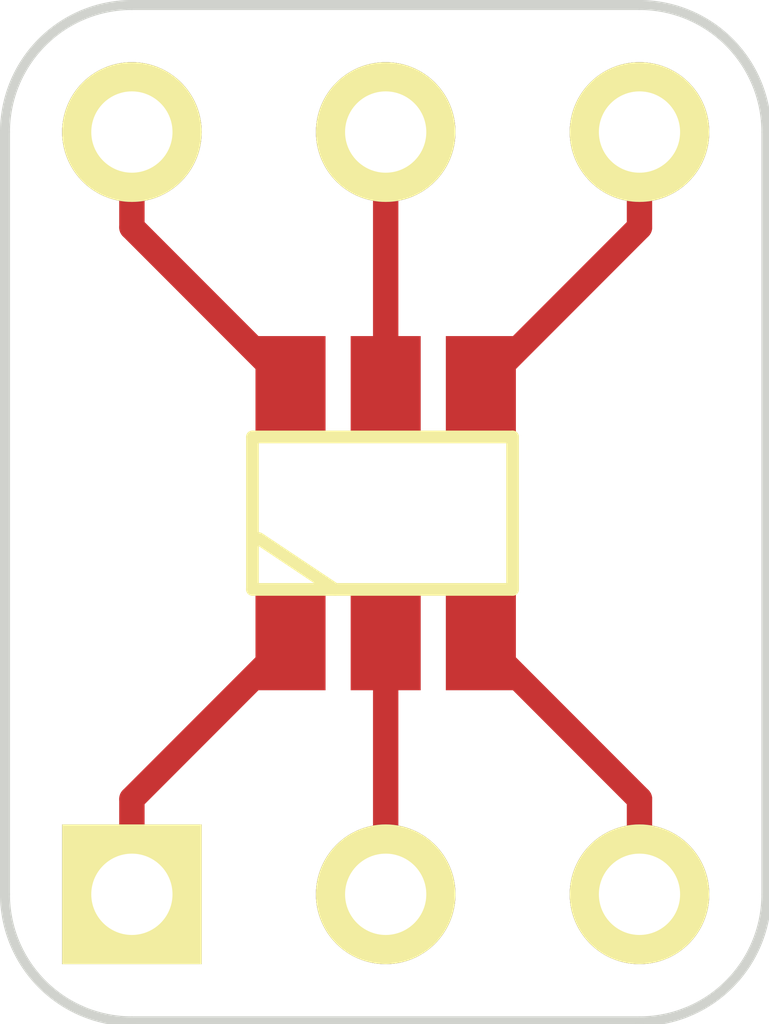
<source format=kicad_pcb>
(kicad_pcb (version 3) (host pcbnew "(2014-01-10 BZR 4027)-stable")

  (general
    (links 6)
    (no_connects 0)
    (area 26.619999 19.11223 34.340001 31.800001)
    (thickness 1.6)
    (drawings 8)
    (tracks 10)
    (zones 0)
    (modules 3)
    (nets 7)
  )

  (page User 152.4 101.6)
  (title_block 
    (title "SOT-23-6 Breakout")
    (rev 1.0)
    (company "Digital Cave")
  )

  (layers
    (15 F.Cu signal)
    (0 B.Cu signal)
    (16 B.Adhes user)
    (17 F.Adhes user)
    (18 B.Paste user)
    (19 F.Paste user)
    (20 B.SilkS user)
    (21 F.SilkS user)
    (22 B.Mask user)
    (23 F.Mask user)
    (24 Dwgs.User user)
    (25 Cmts.User user)
    (26 Eco1.User user)
    (27 Eco2.User user)
    (28 Edge.Cuts user)
  )

  (setup
    (last_trace_width 0.254)
    (trace_clearance 0.1778)
    (zone_clearance 0.508)
    (zone_45_only no)
    (trace_min 0.1778)
    (segment_width 0.2)
    (edge_width 0.1)
    (via_size 0.889)
    (via_drill 0.635)
    (via_min_size 0.889)
    (via_min_drill 0.508)
    (uvia_size 0.508)
    (uvia_drill 0.127)
    (uvias_allowed no)
    (uvia_min_size 0.508)
    (uvia_min_drill 0.127)
    (pcb_text_width 0.3)
    (pcb_text_size 1.5 1.5)
    (mod_edge_width 0.15)
    (mod_text_size 1 1)
    (mod_text_width 0.15)
    (pad_size 1.397 1.397)
    (pad_drill 0.8128)
    (pad_to_mask_clearance 0)
    (aux_axis_origin 0 0)
    (visible_elements FFFFFFBF)
    (pcbplotparams
      (layerselection 3178497)
      (usegerberextensions true)
      (excludeedgelayer true)
      (linewidth 0.150000)
      (plotframeref false)
      (viasonmask false)
      (mode 1)
      (useauxorigin false)
      (hpglpennumber 1)
      (hpglpenspeed 20)
      (hpglpendiameter 15)
      (hpglpenoverlay 2)
      (psnegative false)
      (psa4output false)
      (plotreference true)
      (plotvalue true)
      (plotothertext true)
      (plotinvisibletext false)
      (padsonsilk false)
      (subtractmaskfromsilk false)
      (outputformat 1)
      (mirror false)
      (drillshape 1)
      (scaleselection 1)
      (outputdirectory ""))
  )

  (net 0 "")
  (net 1 N-000001)
  (net 2 N-000002)
  (net 3 N-000003)
  (net 4 N-000004)
  (net 5 N-000005)
  (net 6 N-000006)

  (net_class Default "This is the default net class."
    (clearance 0.1778)
    (trace_width 0.254)
    (via_dia 0.889)
    (via_drill 0.635)
    (uvia_dia 0.508)
    (uvia_drill 0.127)
    (add_net "")
    (add_net N-000001)
    (add_net N-000002)
    (add_net N-000003)
    (add_net N-000004)
    (add_net N-000005)
    (add_net N-000006)
  )

  (module SIL-3 (layer F.Cu) (tedit 54B296C9) (tstamp 54B2965F)
    (at 60.96 33.02)
    (descr "Connecteur 3 pins")
    (tags "CONN DEV")
    (path /54B2954E)
    (fp_text reference K3 (at 0 -2.54) (layer F.SilkS) hide
      (effects (font (size 1.7907 1.07696) (thickness 0.26924)))
    )
    (fp_text value PINS_3 (at 0 -2.54) (layer F.SilkS) hide
      (effects (font (size 1.524 1.016) (thickness 0.3048)))
    )
    (pad 1 thru_hole circle (at -2.54 0) (size 1.397 1.397) (drill 0.8128)
      (layers *.Cu *.Mask F.SilkS)
      (net 6 N-000006)
    )
    (pad 2 thru_hole circle (at 0 0) (size 1.397 1.397) (drill 0.8128)
      (layers *.Cu *.Mask F.SilkS)
      (net 5 N-000005)
    )
    (pad 3 thru_hole circle (at 2.54 0) (size 1.397 1.397) (drill 0.8128)
      (layers *.Cu *.Mask F.SilkS)
      (net 4 N-000004)
    )
  )

  (module SIL-3 (layer F.Cu) (tedit 54B296B2) (tstamp 54B29653)
    (at 60.96 40.64)
    (descr "Connecteur 3 pins")
    (tags "CONN DEV")
    (path /54B29528)
    (fp_text reference K2 (at 0 -2.54) (layer F.SilkS) hide
      (effects (font (size 1.7907 1.07696) (thickness 0.26924)))
    )
    (fp_text value PINS_3 (at 0 -2.54) (layer F.SilkS) hide
      (effects (font (size 1.524 1.016) (thickness 0.3048)))
    )
    (pad 1 thru_hole rect (at -2.54 0) (size 1.397 1.397) (drill 0.8128)
      (layers *.Cu *.Mask F.SilkS)
      (net 1 N-000001)
    )
    (pad 2 thru_hole circle (at 0 0) (size 1.397 1.397) (drill 0.8128)
      (layers *.Cu *.Mask F.SilkS)
      (net 2 N-000002)
    )
    (pad 3 thru_hole circle (at 2.54 0) (size 1.397 1.397) (drill 0.8128)
      (layers *.Cu *.Mask F.SilkS)
      (net 3 N-000003)
    )
  )

  (module SOT23_6 (layer F.Cu) (tedit 54B2967A) (tstamp 54B29647)
    (at 60.96 36.83)
    (path /54B29519)
    (fp_text reference K1 (at 1.99898 0 90) (layer F.SilkS) hide
      (effects (font (size 0.762 0.762) (thickness 0.0762)))
    )
    (fp_text value PINS_6 (at 0.0635 0) (layer F.SilkS) hide
      (effects (font (size 0.50038 0.50038) (thickness 0.0762)))
    )
    (fp_line (start -0.508 0.762) (end -1.27 0.254) (layer F.SilkS) (width 0.127))
    (fp_line (start 1.27 0.762) (end -1.3335 0.762) (layer F.SilkS) (width 0.127))
    (fp_line (start -1.3335 0.762) (end -1.3335 -0.762) (layer F.SilkS) (width 0.127))
    (fp_line (start -1.3335 -0.762) (end 1.27 -0.762) (layer F.SilkS) (width 0.127))
    (fp_line (start 1.27 -0.762) (end 1.27 0.762) (layer F.SilkS) (width 0.127))
    (pad 6 smd rect (at -0.9525 -1.27) (size 0.70104 1.00076)
      (layers F.Cu F.Paste F.Mask)
      (net 6 N-000006)
    )
    (pad 5 smd rect (at 0 -1.27) (size 0.70104 1.00076)
      (layers F.Cu F.Paste F.Mask)
      (net 5 N-000005)
    )
    (pad 4 smd rect (at 0.9525 -1.27) (size 0.70104 1.00076)
      (layers F.Cu F.Paste F.Mask)
      (net 4 N-000004)
    )
    (pad 3 smd rect (at 0.9525 1.27) (size 0.70104 1.00076)
      (layers F.Cu F.Paste F.Mask)
      (net 3 N-000003)
    )
    (pad 2 smd rect (at 0 1.27) (size 0.70104 1.00076)
      (layers F.Cu F.Paste F.Mask)
      (net 2 N-000002)
    )
    (pad 1 smd rect (at -0.9525 1.27) (size 0.70104 1.00076)
      (layers F.Cu F.Paste F.Mask)
      (net 1 N-000001)
    )
    (model smd/SOT23_6.wrl
      (at (xyz 0 0 0))
      (scale (xyz 0.11 0.11 0.11))
      (rotate (xyz 0 0 0))
    )
  )

  (gr_line (start 57.15 40.64) (end 57.15 33.02) (angle 90) (layer Edge.Cuts) (width 0.1))
  (gr_line (start 63.5 41.91) (end 58.42 41.91) (angle 90) (layer Edge.Cuts) (width 0.1))
  (gr_line (start 64.77 33.02) (end 64.77 40.64) (angle 90) (layer Edge.Cuts) (width 0.1))
  (gr_line (start 58.42 31.75) (end 63.5 31.75) (angle 90) (layer Edge.Cuts) (width 0.1))
  (gr_arc (start 63.5 33.02) (end 63.5 31.75) (angle 90) (layer Edge.Cuts) (width 0.1))
  (gr_arc (start 63.5 40.64) (end 64.77 40.64) (angle 90) (layer Edge.Cuts) (width 0.1))
  (gr_arc (start 58.42 40.64) (end 58.42 41.91) (angle 90) (layer Edge.Cuts) (width 0.1))
  (gr_arc (start 58.42 33.02) (end 57.15 33.02) (angle 90) (layer Edge.Cuts) (width 0.1))

  (segment (start 58.42 40.64) (end 58.42 39.6875) (width 0.254) (layer F.Cu) (net 1))
  (segment (start 58.42 39.6875) (end 60.0075 38.1) (width 0.254) (layer F.Cu) (net 1) (tstamp 54B296EC))
  (segment (start 60.96 40.64) (end 60.96 38.1) (width 0.254) (layer F.Cu) (net 2))
  (segment (start 63.5 40.64) (end 63.5 39.6875) (width 0.254) (layer F.Cu) (net 3))
  (segment (start 63.5 39.6875) (end 61.9125 38.1) (width 0.254) (layer F.Cu) (net 3) (tstamp 54B296E9))
  (segment (start 63.5 33.02) (end 63.5 33.9725) (width 0.254) (layer F.Cu) (net 4))
  (segment (start 63.5 33.9725) (end 61.9125 35.56) (width 0.254) (layer F.Cu) (net 4) (tstamp 54B296E6))
  (segment (start 60.96 35.56) (end 60.96 33.02) (width 0.254) (layer F.Cu) (net 5))
  (segment (start 58.42 33.02) (end 58.42 33.9725) (width 0.254) (layer F.Cu) (net 6))
  (segment (start 58.42 33.9725) (end 60.0075 35.56) (width 0.254) (layer F.Cu) (net 6) (tstamp 54B296E3))

)

</source>
